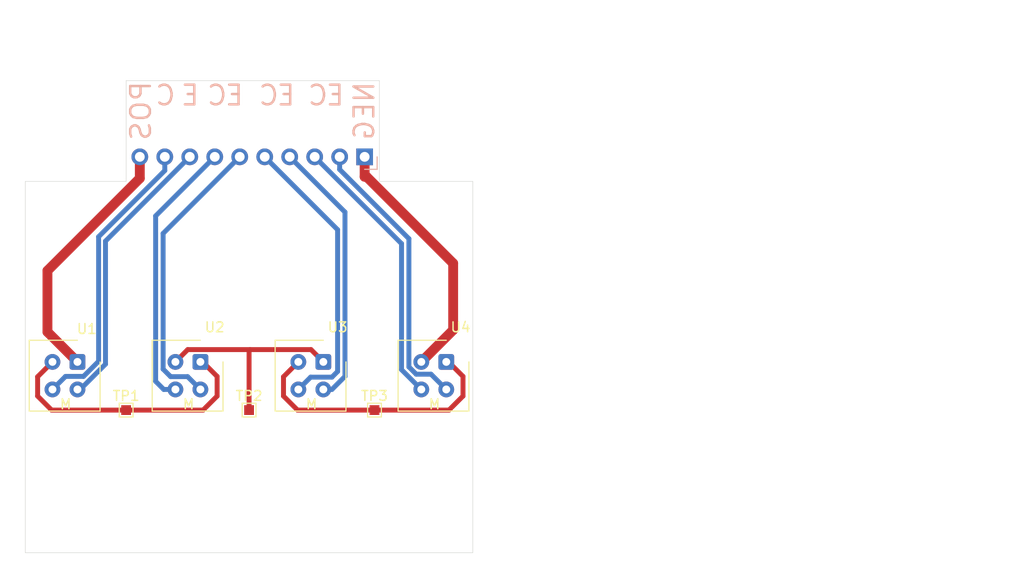
<source format=kicad_pcb>
(kicad_pcb (version 20211014) (generator pcbnew)
  (layers (0 "F.Cu" signal) (31 "B.Cu" signal) (34 "B.Paste" user) (35 "F.Paste" user) (36 "B.SilkS" user "B.Silkscreen") (37 "F.SilkS" user "F.Silkscreen") (38 "B.Mask" user) (39 "F.Mask" user) (44 "Edge.Cuts" user))
  (net 0 "")
  (net 1 "/NEG")
  (net 2 "/POS")
  (net 3 "/E4")
  (net 4 "/C4")
  (net 5 "/E3")
  (net 6 "/C3")
  (net 7 "/E2")
  (net 8 "/C2")
  (net 9 "/E1")
  (net 10 "/C1")
  (net 11 "Net-(TP1-Pad1)")
  (net 12 "Net-(TP2-Pad1)")
  (net 13 "Net-(TP3-Pad1)")
  (footprint "Mounting_Holes:MountingHole_3.2mm_M3" (layer "F.Cu") (at 137.5 100)
    (fp_text reference "H1" hide)
    (fp_text value "MountingHole")
    (pad "" np_thru_hole circle locked (at 0 0) (size 3.2 3.2) (drill 3.2) (layers *.Cu *.Mask))
  )
  (footprint "Mounting_Holes:MountingHole_3.2mm_M3" (layer "F.Cu") (at 137.5 80)
    (fp_text reference "H2" hide)
    (fp_text value "MountingHole")
    (pad "" np_thru_hole circle locked (at 0 0) (size 3.2 3.2) (drill 3.2) (layers *.Cu *.Mask))
  )
  (footprint "OptoDevice:Vishay_CNY70" (layer "F.Cu") (at 132.55 88.525 -90)
    (fp_text reference "U1" (at -3.35 -0.95) (layer "F.SilkS"))
    (fp_text value "CNY70")
    (fp_text user "M" (at 4.3 1.2 unlocked) (layer "F.SilkS"))
    (fp_line (start 5 4.9) (end 5 -2.3) (layer "F.SilkS") (width 0.12))
    (fp_line (start -2.2 0) (end -2.2 4.9) (layer "F.SilkS") (width 0.12))
    (fp_line (start -2.2 4.9) (end 5 4.9) (layer "F.SilkS") (width 0.12))
    (fp_line (start 5 -2.3) (end 0 -2.3) (layer "F.SilkS") (width 0.12))
    (pad "1" thru_hole roundrect (at 0 0 270) (size 1.6 1.6) (drill 0.8) (layers *.Cu *.Mask) (roundrect_rratio 0.156) (net 2 "/POS"))
    (pad "2" thru_hole circle (at 0 2.54 270) (size 1.6 1.6) (drill 0.8) (layers *.Cu *.Mask) (net 11 "Net-(TP1-Pad1)"))
    (pad "3" thru_hole circle (at 2.8 2.54 270) (size 1.6 1.6) (drill 0.8) (layers *.Cu *.Mask) (net 10 "/C1"))
    (pad "4" thru_hole circle (at 2.8 0 270) (size 1.6 1.6) (drill 0.8) (layers *.Cu *.Mask) (net 9 "/E1"))
  )
  (footprint "OptoDevice:Vishay_CNY70" (layer "F.Cu") (at 145.05 88.525 -90)
    (fp_text reference "U2" (at -3.525 -1.45) (layer "F.SilkS"))
    (fp_text value "CNY70")
    (fp_text user "M" (at 4.3 1.2 unlocked) (layer "F.SilkS"))
    (fp_line (start -2.2 4.9) (end 5 4.9) (layer "F.SilkS") (width 0.12))
    (fp_line (start 5 4.9) (end 5 -2.3) (layer "F.SilkS") (width 0.12))
    (fp_line (start 5 -2.3) (end 0 -2.3) (layer "F.SilkS") (width 0.12))
    (fp_line (start -2.2 0) (end -2.2 4.9) (layer "F.SilkS") (width 0.12))
    (pad "1" thru_hole roundrect (at 0 0 270) (size 1.6 1.6) (drill 0.8) (layers *.Cu *.Mask) (roundrect_rratio 0.156) (net 11 "Net-(TP1-Pad1)"))
    (pad "2" thru_hole circle (at 0 2.54 270) (size 1.6 1.6) (drill 0.8) (layers *.Cu *.Mask) (net 12 "Net-(TP2-Pad1)"))
    (pad "3" thru_hole circle (at 2.8 2.54 270) (size 1.6 1.6) (drill 0.8) (layers *.Cu *.Mask) (net 8 "/C2"))
    (pad "4" thru_hole circle (at 2.8 0 270) (size 1.6 1.6) (drill 0.8) (layers *.Cu *.Mask) (net 7 "/E2"))
  )
  (footprint "Mounting_Holes:MountingHole_3.2mm_M3" (layer "F.Cu") (at 150 100)
    (fp_text reference "H3" hide)
    (fp_text value "MountingHole")
    (pad "" np_thru_hole circle locked (at 0 0) (size 3.2 3.2) (drill 3.2) (layers *.Cu *.Mask))
  )
  (footprint "Mounting_Holes:MountingHole_3.2mm_M3" (layer "F.Cu") (at 150 80)
    (fp_text reference "H4" hide)
    (fp_text value "MountingHole")
    (pad "" np_thru_hole circle locked (at 0 0) (size 3.2 3.2) (drill 3.2) (layers *.Cu *.Mask))
  )
  (footprint "Mounting_Holes:MountingHole_3.2mm_M3" (layer "F.Cu") (at 162.5 100)
    (fp_text reference "H5" hide)
    (fp_text value "MountingHole")
    (pad "" np_thru_hole circle locked (at 0 0) (size 3.2 3.2) (drill 3.2) (layers *.Cu *.Mask))
  )
  (footprint "Mounting_Holes:MountingHole_3.2mm_M3" (layer "F.Cu") (at 162.5 80)
    (fp_text reference "H6" hide)
    (fp_text value "MountingHole")
    (pad "" np_thru_hole circle locked (at 0 0) (size 3.2 3.2) (drill 3.2) (layers *.Cu *.Mask))
  )
  (footprint "OptoDevice:Vishay_CNY70" (layer "F.Cu") (at 157.55 88.525 -90)
    (fp_text reference "U3" (at -3.525 -1.45) (layer "F.SilkS"))
    (fp_text value "CNY70")
    (fp_text user "M" (at 4.3 1.2 unlocked) (layer "F.SilkS"))
    (fp_line (start 5 4.9) (end 5 -2.3) (layer "F.SilkS") (width 0.12))
    (fp_line (start 5 -2.3) (end 0 -2.3) (layer "F.SilkS") (width 0.12))
    (fp_line (start -2.2 0) (end -2.2 4.9) (layer "F.SilkS") (width 0.12))
    (fp_line (start -2.2 4.9) (end 5 4.9) (layer "F.SilkS") (width 0.12))
    (pad "1" thru_hole roundrect (at 0 0 270) (size 1.6 1.6) (drill 0.8) (layers *.Cu *.Mask) (roundrect_rratio 0.156) (net 12 "Net-(TP2-Pad1)"))
    (pad "2" thru_hole circle (at 0 2.54 270) (size 1.6 1.6) (drill 0.8) (layers *.Cu *.Mask) (net 13 "Net-(TP3-Pad1)"))
    (pad "3" thru_hole circle (at 2.8 2.54 270) (size 1.6 1.6) (drill 0.8) (layers *.Cu *.Mask) (net 6 "/C3"))
    (pad "4" thru_hole circle (at 2.8 0 270) (size 1.6 1.6) (drill 0.8) (layers *.Cu *.Mask) (net 5 "/E3"))
  )
  (footprint "OptoDevice:Vishay_CNY70" (layer "F.Cu") (at 170.05 88.525 -90)
    (fp_text reference "U4" (at -3.525 -1.45) (layer "F.SilkS"))
    (fp_text value "CNY70")
    (fp_text user "M" (at 4.3 1.2 unlocked) (layer "F.SilkS"))
    (fp_line (start -2.2 0) (end -2.2 4.9) (layer "F.SilkS") (width 0.12))
    (fp_line (start 5 4.9) (end 5 -2.3) (layer "F.SilkS") (width 0.12))
    (fp_line (start 5 -2.3) (end 0 -2.3) (layer "F.SilkS") (width 0.12))
    (fp_line (start -2.2 4.9) (end 5 4.9) (layer "F.SilkS") (width 0.12))
    (pad "1" thru_hole roundrect (at 0 0 270) (size 1.6 1.6) (drill 0.8) (layers *.Cu *.Mask) (roundrect_rratio 0.156) (net 13 "Net-(TP3-Pad1)"))
    (pad "2" thru_hole circle (at 0 2.54 270) (size 1.6 1.6) (drill 0.8) (layers *.Cu *.Mask) (net 1 "/NEG"))
    (pad "3" thru_hole circle (at 2.8 2.54 270) (size 1.6 1.6) (drill 0.8) (layers *.Cu *.Mask) (net 4 "/C4"))
    (pad "4" thru_hole circle (at 2.8 0 270) (size 1.6 1.6) (drill 0.8) (layers *.Cu *.Mask) (net 3 "/E4"))
  )
  (footprint "TestPoint:TestPoint_Pad_1.0x1.0mm" (layer "F.Cu") (at 137.5 93.425)
    (fp_text reference "TP1" (at 0 -1.448) (layer "F.SilkS"))
    (fp_text value "TestPoint")
    (fp_line (start -0.7 0.7) (end -0.7 -0.7) (layer "F.SilkS") (width 0.12))
    (fp_line (start -0.7 -0.7) (end 0.7 -0.7) (layer "F.SilkS") (width 0.12))
    (fp_line (start 0.7 0.7) (end -0.7 0.7) (layer "F.SilkS") (width 0.12))
    (fp_line (start 0.7 -0.7) (end 0.7 0.7) (layer "F.SilkS") (width 0.12))
    (pad "1" smd rect locked (at 0 0) (size 1 1) (layers "F.Cu" "F.Mask") (net 11 "Net-(TP1-Pad1)"))
  )
  (footprint "TestPoint:TestPoint_Pad_1.0x1.0mm" (layer "F.Cu") (at 150 93.425)
    (fp_text reference "TP2" (at 0 -1.448) (layer "F.SilkS"))
    (fp_text value "TestPoint")
    (fp_line (start 0.7 0.7) (end -0.7 0.7) (layer "F.SilkS") (width 0.12))
    (fp_line (start -0.7 -0.7) (end 0.7 -0.7) (layer "F.SilkS") (width 0.12))
    (fp_line (start 0.7 -0.7) (end 0.7 0.7) (layer "F.SilkS") (width 0.12))
    (fp_line (start -0.7 0.7) (end -0.7 -0.7) (layer "F.SilkS") (width 0.12))
    (pad "1" smd rect locked (at 0 0) (size 1 1) (layers "F.Cu" "F.Mask") (net 12 "Net-(TP2-Pad1)"))
  )
  (footprint "TestPoint:TestPoint_Pad_1.0x1.0mm" (layer "F.Cu") (at 162.75 93.425)
    (fp_text reference "TP3" (at 0 -1.448) (layer "F.SilkS"))
    (fp_text value "TestPoint")
    (fp_line (start -0.7 0.7) (end -0.7 -0.7) (layer "F.SilkS") (width 0.12))
    (fp_line (start -0.7 -0.7) (end 0.7 -0.7) (layer "F.SilkS") (width 0.12))
    (fp_line (start 0.7 -0.7) (end 0.7 0.7) (layer "F.SilkS") (width 0.12))
    (fp_line (start 0.7 0.7) (end -0.7 0.7) (layer "F.SilkS") (width 0.12))
    (pad "1" smd rect locked (at 0 0) (size 1 1) (layers "F.Cu" "F.Mask") (net 13 "Net-(TP3-Pad1)"))
  )
  (footprint "Pin_Headers:Pin_Header_Angled_1x10_Pitch2.54mm" (layer "B.Cu") (at 161.75 67.675 90)
    (fp_text reference "J1" hide)
    (fp_text value "Conn_01x10_Male")
    (fp_line (start -1.27 0) (end -1.27 1.27) (layer "B.SilkS") (width 0.12))
    (fp_line (start -1.27 1.27) (end 0 1.27) (layer "B.SilkS") (width 0.12))
    (pad "1" thru_hole rect (at 0 0 90) (size 1.7 1.7) (drill 1) (layers *.Cu *.Mask) (net 1 "/NEG"))
    (pad "2" thru_hole oval (at 0 -2.54 90) (size 1.7 1.7) (drill 1) (layers *.Cu *.Mask) (net 3 "/E4"))
    (pad "3" thru_hole oval (at 0 -5.08 90) (size 1.7 1.7) (drill 1) (layers *.Cu *.Mask) (net 4 "/C4"))
    (pad "4" thru_hole oval (at 0 -7.62 90) (size 1.7 1.7) (drill 1) (layers *.Cu *.Mask) (net 5 "/E3"))
    (pad "5" thru_hole oval (at 0 -10.16 90) (size 1.7 1.7) (drill 1) (layers *.Cu *.Mask) (net 6 "/C3"))
    (pad "6" thru_hole oval (at 0 -12.7 90) (size 1.7 1.7) (drill 1) (layers *.Cu *.Mask) (net 7 "/E2"))
    (pad "7" thru_hole oval (at 0 -15.24 90) (size 1.7 1.7) (drill 1) (layers *.Cu *.Mask) (net 8 "/C2"))
    (pad "8" thru_hole oval (at 0 -17.78 90) (size 1.7 1.7) (drill 1) (layers *.Cu *.Mask) (net 9 "/E1"))
    (pad "9" thru_hole oval (at 0 -20.32 90) (size 1.7 1.7) (drill 1) (layers *.Cu *.Mask) (net 10 "/C1"))
    (pad "10" thru_hole oval (at 0 -22.86 90) (size 1.7 1.7) (drill 1) (layers *.Cu *.Mask) (net 2 "/POS"))
  )
  (gr_line (start 127.25 70.175) (end 127.25 107.925) (layer "Edge.Cuts") (width 0.05))
  (gr_line (start 163.25 70.175) (end 163.25 59.925) (layer "Edge.Cuts") (width 0.05))
  (gr_line (start 137.5 70.175) (end 127.25 70.175) (layer "Edge.Cuts") (width 0.05))
  (gr_line (start 172.75 70.175) (end 163.25 70.175) (layer "Edge.Cuts") (width 0.05))
  (gr_line (start 163.25 59.925) (end 137.5 59.925) (layer "Edge.Cuts") (width 0.05))
  (gr_line (start 172.75 107.925) (end 172.75 70.175) (layer "Edge.Cuts") (width 0.05))
  (gr_line (start 127.25 107.925) (end 172.75 107.925) (layer "Edge.Cuts") (width 0.05))
  (gr_line (start 137.5 59.925) (end 137.5 70.175) (layer "Edge.Cuts") (width 0.05))
  (gr_text "NEG" (at 161.71 63 90) (layer "B.SilkS") (effects (font (size 2 2) (thickness 0.25)) (justify mirror)))
  (gr_text "POS" (at 139 63 90) (layer "B.SilkS") (effects (font (size 2 2) (thickness 0.25)) (justify mirror)))
  (gr_text "C" (at 141.5 61.425) (layer "B.SilkS") (effects (font (size 2 2) (thickness 0.25)) (justify mirror)))
  (gr_text "C" (at 146.75 61.425) (layer "B.SilkS") (effects (font (size 2 2) (thickness 0.25)) (justify mirror)))
  (gr_text "C" (at 152 61.425) (layer "B.SilkS") (effects (font (size 2 2) (thickness 0.25)) (justify mirror)))
  (gr_text "C" (at 157 61.425) (layer "B.SilkS") (effects (font (size 2 2) (thickness 0.25)) (justify mirror)))
  (gr_text "E" (at 158.75 61.425) (layer "B.SilkS") (effects (font (size 2 2) (thickness 0.25)) (justify mirror)))
  (gr_text "E" (at 153.75 61.425) (layer "B.SilkS") (effects (font (size 2 2) (thickness 0.25)) (justify mirror)))
  (gr_text "E" (at 148.5 61.425) (layer "B.SilkS") (effects (font (size 2 2) (thickness 0.25)) (justify mirror)))
  (gr_text "E" (at 144 61.425) (layer "B.SilkS") (effects (font (size 2 2) (thickness 0.25)) (justify mirror)))
  (segment (start 161.75 69.700318) (end 161.950318 69.700318) (width 1) (layer "F.Cu") (net 1))
  (segment (start 170.75 78.5) (end 170.75 85.285) (width 1) (layer "F.Cu") (net 1))
  (segment (start 170.75 85.285) (end 167.51 88.525) (width 1) (layer "F.Cu") (net 1))
  (segment (start 161.950318 69.700318) (end 170.75 78.5) (width 1) (layer "F.Cu") (net 1))
  (segment (start 161.75 67.675) (end 161.75 69.700318) (width 1) (layer "F.Cu") (net 1))
  (segment (start 129.5 85.475) (end 132.55 88.525) (width 1) (layer "F.Cu") (net 2))
  (segment (start 138.89 69.86) (end 129.5 79.25) (width 1) (layer "F.Cu") (net 2))
  (segment (start 129.5 79.25) (end 129.5 85.475) (width 1) (layer "F.Cu") (net 2))
  (segment (start 138.89 67.675) (end 138.89 69.86) (width 1) (layer "F.Cu") (net 2))
  (segment (start 159.21 68.96) (end 159.21 67.675) (width 0.5) (layer "B.Cu") (net 3))
  (segment (start 166.25 89.032076) (end 166.25 76) (width 0.5) (layer "B.Cu") (net 3))
  (segment (start 168.499511 89.774511) (end 166.992435 89.774511) (width 0.5) (layer "B.Cu") (net 3))
  (segment (start 166.992435 89.774511) (end 166.25 89.032076) (width 0.5) (layer "B.Cu") (net 3))
  (segment (start 170.05 91.325) (end 168.499511 89.774511) (width 0.5) (layer "B.Cu") (net 3))
  (segment (start 166.25 76) (end 159.21 68.96) (width 0.5) (layer "B.Cu") (net 3))
  (segment (start 167.51 91.325) (end 165.5 89.315) (width 0.5) (layer "B.Cu") (net 4))
  (segment (start 165.495 76.5) (end 156.67 67.675) (width 0.5) (layer "B.Cu") (net 4))
  (segment (start 165.5 76.5) (end 165.495 76.5) (width 0.5) (layer "B.Cu") (net 4))
  (segment (start 165.5 89.315) (end 165.5 76.5) (width 0.5) (layer "B.Cu") (net 4))
  (segment (start 159.75 73.295) (end 159.75 90) (width 0.5) (layer "B.Cu") (net 5))
  (segment (start 158.425 91.325) (end 157.55 91.325) (width 0.5) (layer "B.Cu") (net 5))
  (segment (start 159.75 90) (end 158.425 91.325) (width 0.5) (layer "B.Cu") (net 5))
  (segment (start 154.13 67.675) (end 159.75 73.295) (width 0.5) (layer "B.Cu") (net 5))
  (segment (start 158.424511 90.075489) (end 159 89.5) (width 0.5) (layer "B.Cu") (net 6))
  (segment (start 155.01 91.325) (end 156.259511 90.075489) (width 0.5) (layer "B.Cu") (net 6))
  (segment (start 159 75.085) (end 151.59 67.675) (width 0.5) (layer "B.Cu") (net 6))
  (segment (start 159 89.5) (end 159 75.085) (width 0.5) (layer "B.Cu") (net 6))
  (segment (start 156.259511 90.075489) (end 158.424511 90.075489) (width 0.5) (layer "B.Cu") (net 6))
  (segment (start 143.75 90.025) (end 142.025 90.025) (width 0.5) (layer "B.Cu") (net 7))
  (segment (start 142.025 90.025) (end 141.260489 89.260489) (width 0.5) (layer "B.Cu") (net 7))
  (segment (start 145.05 91.325) (end 143.75 90.025) (width 0.5) (layer "B.Cu") (net 7))
  (segment (start 141.260489 89.260489) (end 141.260489 75.464511) (width 0.5) (layer "B.Cu") (net 7))
  (segment (start 141.260489 75.464511) (end 149.05 67.675) (width 0.5) (layer "B.Cu") (net 7))
  (segment (start 140.5 90.5) (end 141.325 91.325) (width 0.5) (layer "B.Cu") (net 8))
  (segment (start 141.325 91.325) (end 142.51 91.325) (width 0.5) (layer "B.Cu") (net 8))
  (segment (start 146.51 67.675) (end 140.5 73.685) (width 0.5) (layer "B.Cu") (net 8))
  (segment (start 140.5 73.685) (end 140.5 90.5) (width 0.5) (layer "B.Cu") (net 8))
  (segment (start 143.97 67.675) (end 135.400479 76.244521) (width 0.5) (layer "B.Cu") (net 9))
  (segment (start 132.828774 91.325) (end 132.55 91.325) (width 0.5) (layer "B.Cu") (net 9))
  (segment (start 135.400479 88.753295) (end 132.828774 91.325) (width 0.5) (layer "B.Cu") (net 9))
  (segment (start 135.400479 76.244521) (end 135.400479 88.753295) (width 0.5) (layer "B.Cu") (net 9))
  (segment (start 133.164504 90) (end 131.335 90) (width 0.5) (layer "B.Cu") (net 10))
  (segment (start 141.43 69.07) (end 134.70096 75.79904) (width 0.5) (layer "B.Cu") (net 10))
  (segment (start 134.70096 88.463544) (end 133.164504 90) (width 0.5) (layer "B.Cu") (net 10))
  (segment (start 134.70096 75.79904) (end 134.70096 88.463544) (width 0.5) (layer "B.Cu") (net 10))
  (segment (start 131.335 90) (end 130.01 91.325) (width 0.5) (layer "B.Cu") (net 10))
  (segment (start 141.43 67.675) (end 141.43 69.07) (width 0.5) (layer "B.Cu") (net 10))
  (segment (start 129.925 93.425) (end 137.5 93.425) (width 0.5) (layer "F.Cu") (net 11))
  (segment (start 145.275 88.525) (end 146.75 90) (width 0.5) (layer "F.Cu") (net 11))
  (segment (start 146.75 92) (end 145.325 93.425) (width 0.5) (layer "F.Cu") (net 11))
  (segment (start 128.5 90.035) (end 128.5 92) (width 0.5) (layer "F.Cu") (net 11))
  (segment (start 145.05 88.525) (end 145.275 88.525) (width 0.5) (layer "F.Cu") (net 11))
  (segment (start 146.75 90) (end 146.75 92) (width 0.5) (layer "F.Cu") (net 11))
  (segment (start 130.01 88.525) (end 128.5 90.035) (width 0.5) (layer "F.Cu") (net 11))
  (segment (start 145.325 93.425) (end 137.5 93.425) (width 0.5) (layer "F.Cu") (net 11))
  (segment (start 128.5 92) (end 129.925 93.425) (width 0.5) (layer "F.Cu") (net 11))
  (segment (start 150.099999 87.274999) (end 143.760001 87.274999) (width 0.5) (layer "F.Cu") (net 12))
  (segment (start 143.760001 87.274999) (end 142.51 88.525) (width 0.5) (layer "F.Cu") (net 12))
  (segment (start 150 93.425) (end 150 87.374998) (width 0.5) (layer "F.Cu") (net 12))
  (segment (start 157.55 88.525) (end 156.299999 87.274999) (width 0.5) (layer "F.Cu") (net 12))
  (segment (start 150 87.374998) (end 150.099999 87.274999) (width 0.25) (layer "F.Cu") (net 12))
  (segment (start 156.299999 87.274999) (end 150.099999 87.274999) (width 0.5) (layer "F.Cu") (net 12))
  (segment (start 162.75 93.425) (end 170.325 93.425) (width 0.5) (layer "F.Cu") (net 13))
  (segment (start 170.275 88.525) (end 170.05 88.525) (width 0.5) (layer "F.Cu") (net 13))
  (segment (start 170.325 93.425) (end 171.75 92) (width 0.5) (layer "F.Cu") (net 13))
  (segment (start 154.925 93.425) (end 153.5 92) (width 0.5) (layer "F.Cu") (net 13))
  (segment (start 171.75 92) (end 171.75 90) (width 0.5) (layer "F.Cu") (net 13))
  (segment (start 153.5 92) (end 153.5 90.035) (width 0.5) (layer "F.Cu") (net 13))
  (segment (start 171.75 90) (end 170.275 88.525) (width 0.5) (layer "F.Cu") (net 13))
  (segment (start 162.75 93.425) (end 154.925 93.425) (width 0.5) (layer "F.Cu") (net 13))
  (segment (start 153.5 90.035) (end 155.01 88.525) (width 0.5) (layer "F.Cu") (net 13))
)
</source>
